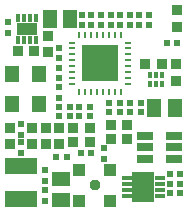
<source format=gts>
%FSLAX25Y25*%
%MOIN*%
G70*
G01*
G75*
G04 Layer_Color=8388736*
%ADD10R,0.06496X0.09370*%
%ADD11R,0.02756X0.00984*%
%ADD12R,0.01969X0.01969*%
%ADD13R,0.03100X0.03100*%
%ADD14R,0.01969X0.01969*%
%ADD15R,0.03000X0.03000*%
%ADD16R,0.03000X0.03000*%
%ADD17C,0.03504*%
%ADD18R,0.03701X0.03701*%
%ADD19R,0.04449X0.05787*%
%ADD20R,0.05787X0.04449*%
%ADD21R,0.10709X0.05079*%
%ADD22R,0.12205X0.12205*%
%ADD23R,0.00984X0.02362*%
%ADD24R,0.02362X0.00984*%
%ADD25R,0.06299X0.03543*%
%ADD26R,0.01102X0.01969*%
%ADD27R,0.01181X0.01929*%
%ADD28R,0.01181X0.02047*%
%ADD29R,0.05118X0.02756*%
%ADD30R,0.04921X0.05118*%
%ADD31C,0.00800*%
%ADD32C,0.00600*%
%ADD33C,0.01000*%
%ADD34C,0.02500*%
%ADD35C,0.00500*%
%ADD36C,0.02000*%
%ADD37C,0.01200*%
%ADD38C,0.01969*%
%ADD39C,0.02200*%
%ADD40C,0.01400*%
%ADD41R,0.05000X0.10000*%
%ADD42O,0.01575X0.06299*%
%ADD43O,0.01575X0.07874*%
%ADD44O,0.01575X0.11024*%
%ADD45O,0.06299X0.01575*%
%ADD46O,0.07874X0.01575*%
%ADD47C,0.00394*%
%ADD48C,0.00984*%
%ADD49C,0.00787*%
%ADD50R,0.05512X0.05512*%
%ADD51R,0.05512X0.05906*%
%ADD52R,0.00984X0.01969*%
%ADD53R,0.05118X0.02756*%
%ADD54R,0.02756X0.00000*%
%ADD55R,0.07299X0.10173*%
%ADD56R,0.03559X0.01787*%
%ADD57R,0.02169X0.02169*%
%ADD58R,0.03300X0.03300*%
%ADD59R,0.02169X0.02169*%
%ADD60R,0.03200X0.03200*%
%ADD61R,0.03200X0.03200*%
%ADD62C,0.03704*%
%ADD63R,0.03901X0.03901*%
%ADD64R,0.04649X0.05987*%
%ADD65R,0.05987X0.04649*%
%ADD66R,0.10909X0.05279*%
%ADD67R,0.12405X0.12405*%
%ADD68R,0.06850X0.04095*%
%ADD69R,0.01654X0.02520*%
%ADD70R,0.01575X0.02323*%
%ADD71R,0.01575X0.02441*%
%ADD72R,0.05318X0.02956*%
%ADD73R,0.05121X0.05318*%
%ADD74C,0.02769*%
D23*
X26408Y58680D02*
D03*
X28376D02*
D03*
X30345D02*
D03*
X32313D02*
D03*
X34282D02*
D03*
X36250D02*
D03*
X38219D02*
D03*
X40187D02*
D03*
Y39782D02*
D03*
X38219D02*
D03*
X36250D02*
D03*
X34282D02*
D03*
X32313D02*
D03*
X30345D02*
D03*
X28376D02*
D03*
X26408D02*
D03*
D24*
X42746Y56121D02*
D03*
Y54152D02*
D03*
Y52184D02*
D03*
Y50215D02*
D03*
Y48247D02*
D03*
Y46278D02*
D03*
Y44310D02*
D03*
Y42341D02*
D03*
X23849D02*
D03*
Y44310D02*
D03*
Y46278D02*
D03*
Y48247D02*
D03*
Y50215D02*
D03*
Y52184D02*
D03*
Y54152D02*
D03*
Y56121D02*
D03*
D55*
X47600Y7900D02*
D03*
D56*
X42088Y10853D02*
D03*
Y8884D02*
D03*
Y6916D02*
D03*
Y4947D02*
D03*
X53112Y10853D02*
D03*
Y8884D02*
D03*
Y6916D02*
D03*
Y4947D02*
D03*
D57*
X58972Y56000D02*
D03*
X55428D02*
D03*
X46869Y32831D02*
D03*
X43326D02*
D03*
X46869Y36031D02*
D03*
X43326D02*
D03*
X19626Y34731D02*
D03*
X23169D02*
D03*
X19626Y31531D02*
D03*
X23169D02*
D03*
X26226Y34731D02*
D03*
X29769D02*
D03*
X26226Y31531D02*
D03*
X29769D02*
D03*
X39869Y36031D02*
D03*
X36326D02*
D03*
X39869Y32831D02*
D03*
X36326D02*
D03*
X26828Y19200D02*
D03*
X30372D02*
D03*
X22169Y17931D02*
D03*
X18626D02*
D03*
X56528Y12300D02*
D03*
X60072D02*
D03*
X56528Y5900D02*
D03*
X60072D02*
D03*
X56528Y9100D02*
D03*
X60072D02*
D03*
D58*
X59000Y67050D02*
D03*
Y61150D02*
D03*
D59*
X46400Y61928D02*
D03*
Y65472D02*
D03*
X33600Y65472D02*
D03*
Y61928D02*
D03*
X36800Y65472D02*
D03*
Y61928D02*
D03*
X40000Y65472D02*
D03*
Y61928D02*
D03*
X43200Y65472D02*
D03*
Y61928D02*
D03*
X34500Y17328D02*
D03*
Y20872D02*
D03*
X6800Y22872D02*
D03*
Y19328D02*
D03*
X19600Y41172D02*
D03*
Y37628D02*
D03*
Y47772D02*
D03*
Y44228D02*
D03*
Y54372D02*
D03*
Y50828D02*
D03*
X27200Y65472D02*
D03*
Y61928D02*
D03*
X30400Y65472D02*
D03*
Y61928D02*
D03*
X2500Y62872D02*
D03*
Y59328D02*
D03*
X14900Y6872D02*
D03*
Y3328D02*
D03*
Y10028D02*
D03*
Y13572D02*
D03*
X49600Y65472D02*
D03*
Y61928D02*
D03*
X6800Y25428D02*
D03*
Y28972D02*
D03*
D60*
X19700Y22150D02*
D03*
Y27650D02*
D03*
X15100Y22150D02*
D03*
Y27650D02*
D03*
X15900Y52950D02*
D03*
Y58450D02*
D03*
X58500Y48950D02*
D03*
Y43450D02*
D03*
X3100Y27650D02*
D03*
Y22150D02*
D03*
X10500Y27650D02*
D03*
Y22150D02*
D03*
D61*
X24348Y27631D02*
D03*
X29848D02*
D03*
X42348Y28731D02*
D03*
X36848D02*
D03*
X5850Y53200D02*
D03*
X11350D02*
D03*
X53850Y49000D02*
D03*
X48350D02*
D03*
X24348Y22931D02*
D03*
X29848D02*
D03*
X42348Y24031D02*
D03*
X36848D02*
D03*
D62*
X31500Y8600D02*
D03*
D63*
X36697Y13797D02*
D03*
X26303D02*
D03*
Y3403D02*
D03*
X36697D02*
D03*
D64*
X23384Y63900D02*
D03*
X16416D02*
D03*
X51116Y34200D02*
D03*
X58084D02*
D03*
D65*
X20300Y3747D02*
D03*
Y10715D02*
D03*
D66*
X6900Y3968D02*
D03*
Y15032D02*
D03*
D67*
X33298Y49231D02*
D03*
D68*
X8800Y60700D02*
D03*
D69*
X5847Y64440D02*
D03*
X7816D02*
D03*
X9784D02*
D03*
X11753D02*
D03*
Y56960D02*
D03*
X9784D02*
D03*
X7816D02*
D03*
X5847D02*
D03*
D70*
X49931Y45316D02*
D03*
X51900D02*
D03*
X53869D02*
D03*
Y42284D02*
D03*
X51900D02*
D03*
D71*
X49931D02*
D03*
D72*
X57824Y17460D02*
D03*
Y21200D02*
D03*
Y24940D02*
D03*
X48376D02*
D03*
Y21200D02*
D03*
Y17460D02*
D03*
D73*
X3971Y45500D02*
D03*
X12829Y35500D02*
D03*
X3971D02*
D03*
X12829Y45500D02*
D03*
D74*
X45632Y9868D02*
D03*
X49569D02*
D03*
X45632Y5931D02*
D03*
X49569D02*
D03*
M02*

</source>
